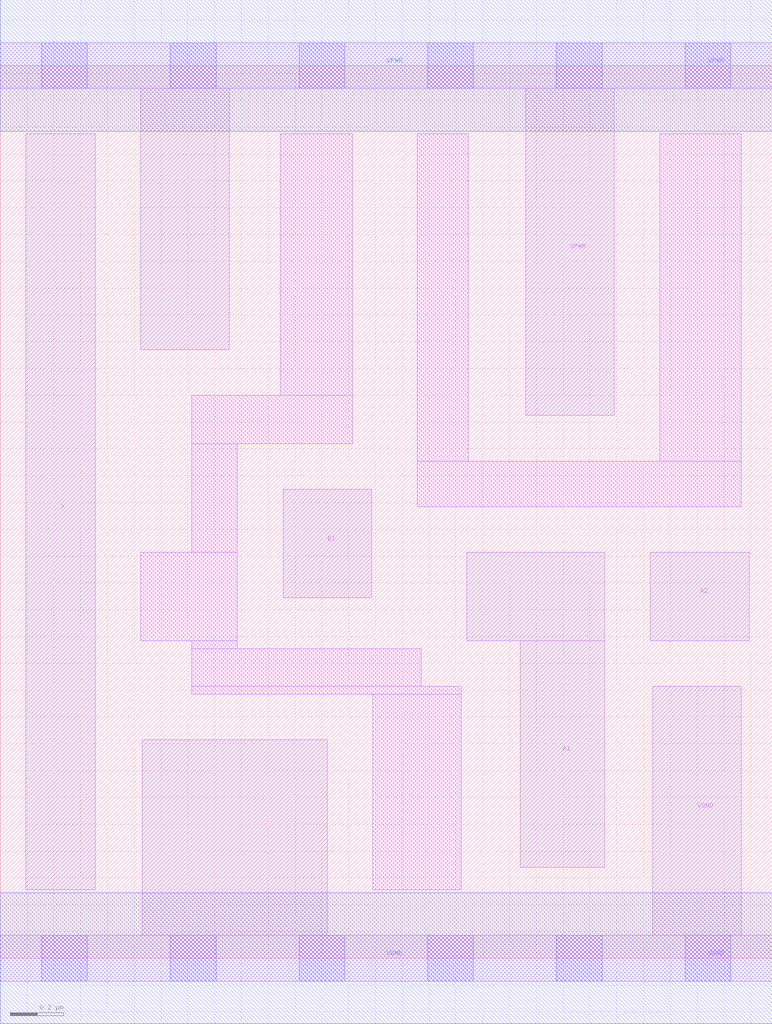
<source format=lef>
# Copyright 2020 The SkyWater PDK Authors
#
# Licensed under the Apache License, Version 2.0 (the "License");
# you may not use this file except in compliance with the License.
# You may obtain a copy of the License at
#
#     https://www.apache.org/licenses/LICENSE-2.0
#
# Unless required by applicable law or agreed to in writing, software
# distributed under the License is distributed on an "AS IS" BASIS,
# WITHOUT WARRANTIES OR CONDITIONS OF ANY KIND, either express or implied.
# See the License for the specific language governing permissions and
# limitations under the License.
#
# SPDX-License-Identifier: Apache-2.0

VERSION 5.7 ;
  NAMESCASESENSITIVE ON ;
  NOWIREEXTENSIONATPIN ON ;
  DIVIDERCHAR "/" ;
  BUSBITCHARS "[]" ;
UNITS
  DATABASE MICRONS 200 ;
END UNITS
MACRO sky130_fd_sc_lp__a21o_1
  CLASS CORE ;
  SOURCE USER ;
  FOREIGN sky130_fd_sc_lp__a21o_1 ;
  ORIGIN  0.000000  0.000000 ;
  SIZE  2.880000 BY  3.330000 ;
  SYMMETRY X Y R90 ;
  SITE unit ;
  PIN A1
    ANTENNAGATEAREA  0.315000 ;
    DIRECTION INPUT ;
    USE SIGNAL ;
    PORT
      LAYER li1 ;
        RECT 1.740000 1.185000 2.255000 1.515000 ;
        RECT 1.940000 0.340000 2.255000 1.185000 ;
    END
  END A1
  PIN A2
    ANTENNAGATEAREA  0.315000 ;
    DIRECTION INPUT ;
    USE SIGNAL ;
    PORT
      LAYER li1 ;
        RECT 2.425000 1.185000 2.795000 1.515000 ;
    END
  END A2
  PIN B1
    ANTENNAGATEAREA  0.315000 ;
    DIRECTION INPUT ;
    USE SIGNAL ;
    PORT
      LAYER li1 ;
        RECT 1.055000 1.345000 1.385000 1.750000 ;
    END
  END B1
  PIN X
    ANTENNADIFFAREA  0.556500 ;
    DIRECTION OUTPUT ;
    USE SIGNAL ;
    PORT
      LAYER li1 ;
        RECT 0.095000 0.255000 0.355000 3.075000 ;
    END
  END X
  PIN VGND
    DIRECTION INOUT ;
    USE GROUND ;
    PORT
      LAYER li1 ;
        RECT 0.000000 -0.085000 2.880000 0.085000 ;
        RECT 0.530000  0.085000 1.220000 0.815000 ;
        RECT 2.435000  0.085000 2.765000 1.015000 ;
      LAYER mcon ;
        RECT 0.155000 -0.085000 0.325000 0.085000 ;
        RECT 0.635000 -0.085000 0.805000 0.085000 ;
        RECT 1.115000 -0.085000 1.285000 0.085000 ;
        RECT 1.595000 -0.085000 1.765000 0.085000 ;
        RECT 2.075000 -0.085000 2.245000 0.085000 ;
        RECT 2.555000 -0.085000 2.725000 0.085000 ;
      LAYER met1 ;
        RECT 0.000000 -0.245000 2.880000 0.245000 ;
    END
  END VGND
  PIN VPWR
    DIRECTION INOUT ;
    USE POWER ;
    PORT
      LAYER li1 ;
        RECT 0.000000 3.245000 2.880000 3.415000 ;
        RECT 0.525000 2.270000 0.855000 3.245000 ;
        RECT 1.960000 2.025000 2.290000 3.245000 ;
      LAYER mcon ;
        RECT 0.155000 3.245000 0.325000 3.415000 ;
        RECT 0.635000 3.245000 0.805000 3.415000 ;
        RECT 1.115000 3.245000 1.285000 3.415000 ;
        RECT 1.595000 3.245000 1.765000 3.415000 ;
        RECT 2.075000 3.245000 2.245000 3.415000 ;
        RECT 2.555000 3.245000 2.725000 3.415000 ;
      LAYER met1 ;
        RECT 0.000000 3.085000 2.880000 3.575000 ;
    END
  END VPWR
  OBS
    LAYER li1 ;
      RECT 0.525000 1.185000 0.885000 1.515000 ;
      RECT 0.715000 0.985000 1.720000 1.015000 ;
      RECT 0.715000 1.015000 1.570000 1.155000 ;
      RECT 0.715000 1.155000 0.885000 1.185000 ;
      RECT 0.715000 1.515000 0.885000 1.920000 ;
      RECT 0.715000 1.920000 1.315000 2.100000 ;
      RECT 1.045000 2.100000 1.315000 3.075000 ;
      RECT 1.390000 0.255000 1.720000 0.985000 ;
      RECT 1.555000 1.685000 2.765000 1.855000 ;
      RECT 1.555000 1.855000 1.745000 3.075000 ;
      RECT 2.460000 1.855000 2.765000 3.075000 ;
  END
END sky130_fd_sc_lp__a21o_1

</source>
